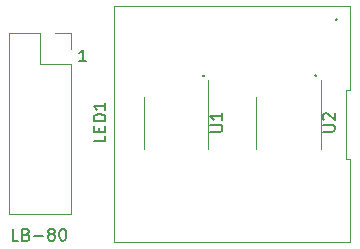
<source format=gbr>
%TF.GenerationSoftware,KiCad,Pcbnew,9.0.2*%
%TF.CreationDate,2025-07-21T05:45:18-04:00*%
%TF.ProjectId,lb-80,6c622d38-302e-46b6-9963-61645f706362,rev?*%
%TF.SameCoordinates,Original*%
%TF.FileFunction,Legend,Top*%
%TF.FilePolarity,Positive*%
%FSLAX46Y46*%
G04 Gerber Fmt 4.6, Leading zero omitted, Abs format (unit mm)*
G04 Created by KiCad (PCBNEW 9.0.2) date 2025-07-21 05:45:18*
%MOMM*%
%LPD*%
G01*
G04 APERTURE LIST*
%ADD10C,0.150000*%
%ADD11C,0.120000*%
G04 APERTURE END LIST*
D10*
X145015179Y-107216580D02*
X145062798Y-107264200D01*
X145062798Y-107264200D02*
X145015179Y-107311819D01*
X145015179Y-107311819D02*
X144967560Y-107264200D01*
X144967560Y-107264200D02*
X145015179Y-107216580D01*
X145015179Y-107216580D02*
X145015179Y-107311819D01*
X125574588Y-106092619D02*
X125003160Y-106092619D01*
X125288874Y-106092619D02*
X125288874Y-105092619D01*
X125288874Y-105092619D02*
X125193636Y-105235476D01*
X125193636Y-105235476D02*
X125098398Y-105330714D01*
X125098398Y-105330714D02*
X125003160Y-105378333D01*
X135515579Y-107267380D02*
X135563198Y-107315000D01*
X135563198Y-107315000D02*
X135515579Y-107362619D01*
X135515579Y-107362619D02*
X135467960Y-107315000D01*
X135467960Y-107315000D02*
X135515579Y-107267380D01*
X135515579Y-107267380D02*
X135515579Y-107362619D01*
X146742379Y-102492180D02*
X146789998Y-102539800D01*
X146789998Y-102539800D02*
X146742379Y-102587419D01*
X146742379Y-102587419D02*
X146694760Y-102539800D01*
X146694760Y-102539800D02*
X146742379Y-102492180D01*
X146742379Y-102492180D02*
X146742379Y-102587419D01*
X119837369Y-121281819D02*
X119361179Y-121281819D01*
X119361179Y-121281819D02*
X119361179Y-120281819D01*
X120504036Y-120758009D02*
X120646893Y-120805628D01*
X120646893Y-120805628D02*
X120694512Y-120853247D01*
X120694512Y-120853247D02*
X120742131Y-120948485D01*
X120742131Y-120948485D02*
X120742131Y-121091342D01*
X120742131Y-121091342D02*
X120694512Y-121186580D01*
X120694512Y-121186580D02*
X120646893Y-121234200D01*
X120646893Y-121234200D02*
X120551655Y-121281819D01*
X120551655Y-121281819D02*
X120170703Y-121281819D01*
X120170703Y-121281819D02*
X120170703Y-120281819D01*
X120170703Y-120281819D02*
X120504036Y-120281819D01*
X120504036Y-120281819D02*
X120599274Y-120329438D01*
X120599274Y-120329438D02*
X120646893Y-120377057D01*
X120646893Y-120377057D02*
X120694512Y-120472295D01*
X120694512Y-120472295D02*
X120694512Y-120567533D01*
X120694512Y-120567533D02*
X120646893Y-120662771D01*
X120646893Y-120662771D02*
X120599274Y-120710390D01*
X120599274Y-120710390D02*
X120504036Y-120758009D01*
X120504036Y-120758009D02*
X120170703Y-120758009D01*
X121170703Y-120900866D02*
X121932608Y-120900866D01*
X122551655Y-120710390D02*
X122456417Y-120662771D01*
X122456417Y-120662771D02*
X122408798Y-120615152D01*
X122408798Y-120615152D02*
X122361179Y-120519914D01*
X122361179Y-120519914D02*
X122361179Y-120472295D01*
X122361179Y-120472295D02*
X122408798Y-120377057D01*
X122408798Y-120377057D02*
X122456417Y-120329438D01*
X122456417Y-120329438D02*
X122551655Y-120281819D01*
X122551655Y-120281819D02*
X122742131Y-120281819D01*
X122742131Y-120281819D02*
X122837369Y-120329438D01*
X122837369Y-120329438D02*
X122884988Y-120377057D01*
X122884988Y-120377057D02*
X122932607Y-120472295D01*
X122932607Y-120472295D02*
X122932607Y-120519914D01*
X122932607Y-120519914D02*
X122884988Y-120615152D01*
X122884988Y-120615152D02*
X122837369Y-120662771D01*
X122837369Y-120662771D02*
X122742131Y-120710390D01*
X122742131Y-120710390D02*
X122551655Y-120710390D01*
X122551655Y-120710390D02*
X122456417Y-120758009D01*
X122456417Y-120758009D02*
X122408798Y-120805628D01*
X122408798Y-120805628D02*
X122361179Y-120900866D01*
X122361179Y-120900866D02*
X122361179Y-121091342D01*
X122361179Y-121091342D02*
X122408798Y-121186580D01*
X122408798Y-121186580D02*
X122456417Y-121234200D01*
X122456417Y-121234200D02*
X122551655Y-121281819D01*
X122551655Y-121281819D02*
X122742131Y-121281819D01*
X122742131Y-121281819D02*
X122837369Y-121234200D01*
X122837369Y-121234200D02*
X122884988Y-121186580D01*
X122884988Y-121186580D02*
X122932607Y-121091342D01*
X122932607Y-121091342D02*
X122932607Y-120900866D01*
X122932607Y-120900866D02*
X122884988Y-120805628D01*
X122884988Y-120805628D02*
X122837369Y-120758009D01*
X122837369Y-120758009D02*
X122742131Y-120710390D01*
X123551655Y-120281819D02*
X123646893Y-120281819D01*
X123646893Y-120281819D02*
X123742131Y-120329438D01*
X123742131Y-120329438D02*
X123789750Y-120377057D01*
X123789750Y-120377057D02*
X123837369Y-120472295D01*
X123837369Y-120472295D02*
X123884988Y-120662771D01*
X123884988Y-120662771D02*
X123884988Y-120900866D01*
X123884988Y-120900866D02*
X123837369Y-121091342D01*
X123837369Y-121091342D02*
X123789750Y-121186580D01*
X123789750Y-121186580D02*
X123742131Y-121234200D01*
X123742131Y-121234200D02*
X123646893Y-121281819D01*
X123646893Y-121281819D02*
X123551655Y-121281819D01*
X123551655Y-121281819D02*
X123456417Y-121234200D01*
X123456417Y-121234200D02*
X123408798Y-121186580D01*
X123408798Y-121186580D02*
X123361179Y-121091342D01*
X123361179Y-121091342D02*
X123313560Y-120900866D01*
X123313560Y-120900866D02*
X123313560Y-120662771D01*
X123313560Y-120662771D02*
X123361179Y-120472295D01*
X123361179Y-120472295D02*
X123408798Y-120377057D01*
X123408798Y-120377057D02*
X123456417Y-120329438D01*
X123456417Y-120329438D02*
X123551655Y-120281819D01*
X127200819Y-112371047D02*
X127200819Y-112847237D01*
X127200819Y-112847237D02*
X126200819Y-112847237D01*
X126677009Y-112037713D02*
X126677009Y-111704380D01*
X127200819Y-111561523D02*
X127200819Y-112037713D01*
X127200819Y-112037713D02*
X126200819Y-112037713D01*
X126200819Y-112037713D02*
X126200819Y-111561523D01*
X127200819Y-111132951D02*
X126200819Y-111132951D01*
X126200819Y-111132951D02*
X126200819Y-110894856D01*
X126200819Y-110894856D02*
X126248438Y-110751999D01*
X126248438Y-110751999D02*
X126343676Y-110656761D01*
X126343676Y-110656761D02*
X126438914Y-110609142D01*
X126438914Y-110609142D02*
X126629390Y-110561523D01*
X126629390Y-110561523D02*
X126772247Y-110561523D01*
X126772247Y-110561523D02*
X126962723Y-110609142D01*
X126962723Y-110609142D02*
X127057961Y-110656761D01*
X127057961Y-110656761D02*
X127153200Y-110751999D01*
X127153200Y-110751999D02*
X127200819Y-110894856D01*
X127200819Y-110894856D02*
X127200819Y-111132951D01*
X127200819Y-109609142D02*
X127200819Y-110180570D01*
X127200819Y-109894856D02*
X126200819Y-109894856D01*
X126200819Y-109894856D02*
X126343676Y-109990094D01*
X126343676Y-109990094D02*
X126438914Y-110085332D01*
X126438914Y-110085332D02*
X126486533Y-110180570D01*
X136084619Y-112047004D02*
X136894142Y-112047004D01*
X136894142Y-112047004D02*
X136989380Y-111999385D01*
X136989380Y-111999385D02*
X137037000Y-111951766D01*
X137037000Y-111951766D02*
X137084619Y-111856528D01*
X137084619Y-111856528D02*
X137084619Y-111666052D01*
X137084619Y-111666052D02*
X137037000Y-111570814D01*
X137037000Y-111570814D02*
X136989380Y-111523195D01*
X136989380Y-111523195D02*
X136894142Y-111475576D01*
X136894142Y-111475576D02*
X136084619Y-111475576D01*
X137084619Y-110475576D02*
X137084619Y-111047004D01*
X137084619Y-110761290D02*
X136084619Y-110761290D01*
X136084619Y-110761290D02*
X136227476Y-110856528D01*
X136227476Y-110856528D02*
X136322714Y-110951766D01*
X136322714Y-110951766D02*
X136370333Y-111047004D01*
X145613019Y-112047004D02*
X146422542Y-112047004D01*
X146422542Y-112047004D02*
X146517780Y-111999385D01*
X146517780Y-111999385D02*
X146565400Y-111951766D01*
X146565400Y-111951766D02*
X146613019Y-111856528D01*
X146613019Y-111856528D02*
X146613019Y-111666052D01*
X146613019Y-111666052D02*
X146565400Y-111570814D01*
X146565400Y-111570814D02*
X146517780Y-111523195D01*
X146517780Y-111523195D02*
X146422542Y-111475576D01*
X146422542Y-111475576D02*
X145613019Y-111475576D01*
X145708257Y-111047004D02*
X145660638Y-110999385D01*
X145660638Y-110999385D02*
X145613019Y-110904147D01*
X145613019Y-110904147D02*
X145613019Y-110666052D01*
X145613019Y-110666052D02*
X145660638Y-110570814D01*
X145660638Y-110570814D02*
X145708257Y-110523195D01*
X145708257Y-110523195D02*
X145803495Y-110475576D01*
X145803495Y-110475576D02*
X145898733Y-110475576D01*
X145898733Y-110475576D02*
X146041590Y-110523195D01*
X146041590Y-110523195D02*
X146613019Y-111094623D01*
X146613019Y-111094623D02*
X146613019Y-110475576D01*
D11*
%TO.C,LED1*%
X127954400Y-101416800D02*
X147954400Y-101416800D01*
X127954400Y-121416800D02*
X127954400Y-101416800D01*
X147594400Y-108500134D02*
X147954400Y-108500134D01*
X147594400Y-114333466D02*
X147594400Y-108500134D01*
X147954400Y-101416800D02*
X147954400Y-102666800D01*
X147954400Y-108500134D02*
X147954400Y-102666800D01*
X147954400Y-114333466D02*
X147594400Y-114333466D01*
X147954400Y-120166800D02*
X147954400Y-114333466D01*
X147954400Y-120166800D02*
X147954400Y-121416800D01*
X147954400Y-121416800D02*
X127954400Y-121416800D01*
%TO.C,U1*%
X130444800Y-111285100D02*
X130444800Y-109085100D01*
X130444800Y-111285100D02*
X130444800Y-113485100D01*
X135914800Y-111285100D02*
X135914800Y-107685100D01*
X135914800Y-111285100D02*
X135914800Y-113485100D01*
%TO.C,J1*%
X119066000Y-103699000D02*
X119066000Y-119059000D01*
X119066000Y-103699000D02*
X121666000Y-103699000D01*
X119066000Y-119059000D02*
X124266000Y-119059000D01*
X121666000Y-103699000D02*
X121666000Y-106299000D01*
X121666000Y-106299000D02*
X124266000Y-106299000D01*
X122936000Y-103699000D02*
X124266000Y-103699000D01*
X124266000Y-103699000D02*
X124266000Y-105029000D01*
X124266000Y-106299000D02*
X124266000Y-119059000D01*
%TO.C,U2*%
X139973200Y-111285100D02*
X139973200Y-109085100D01*
X139973200Y-111285100D02*
X139973200Y-113485100D01*
X145443200Y-111285100D02*
X145443200Y-107685100D01*
X145443200Y-111285100D02*
X145443200Y-113485100D01*
%TD*%
M02*

</source>
